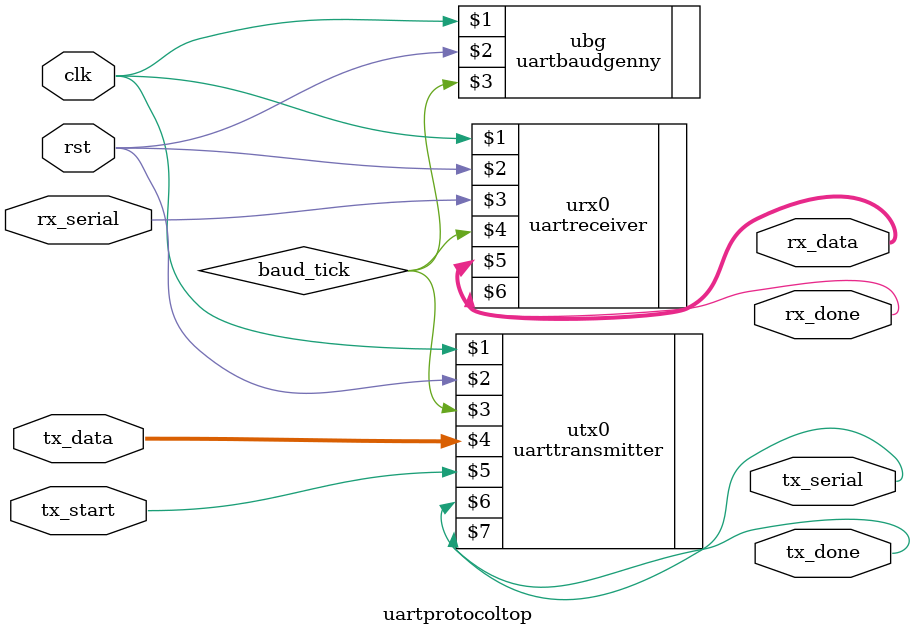
<source format=sv>
`include "baudgen.sv"
`include "uarttransmitter.sv"
`include "uartreceiver.sv"

module uartprotocoltop(clk,rst,tx_data,tx_start,tx_serial,rx_serial,rx_data,rx_done,tx_done);
  input clk,rst,tx_start,rx_serial;
  output rx_done,tx_done,tx_serial;
  input [7:0]tx_data;
  output [7:0] rx_data;
  
  wire baud_tick;
  
  uartbaudgenny ubg(clk,rst,baud_tick);
  uarttransmitter utx0(clk,rst,baud_tick,tx_data,tx_start,tx_serial,tx_done);
  uartreceiver urx0(clk,rst,rx_serial,baud_tick,rx_data,rx_done);
endmodule


</source>
